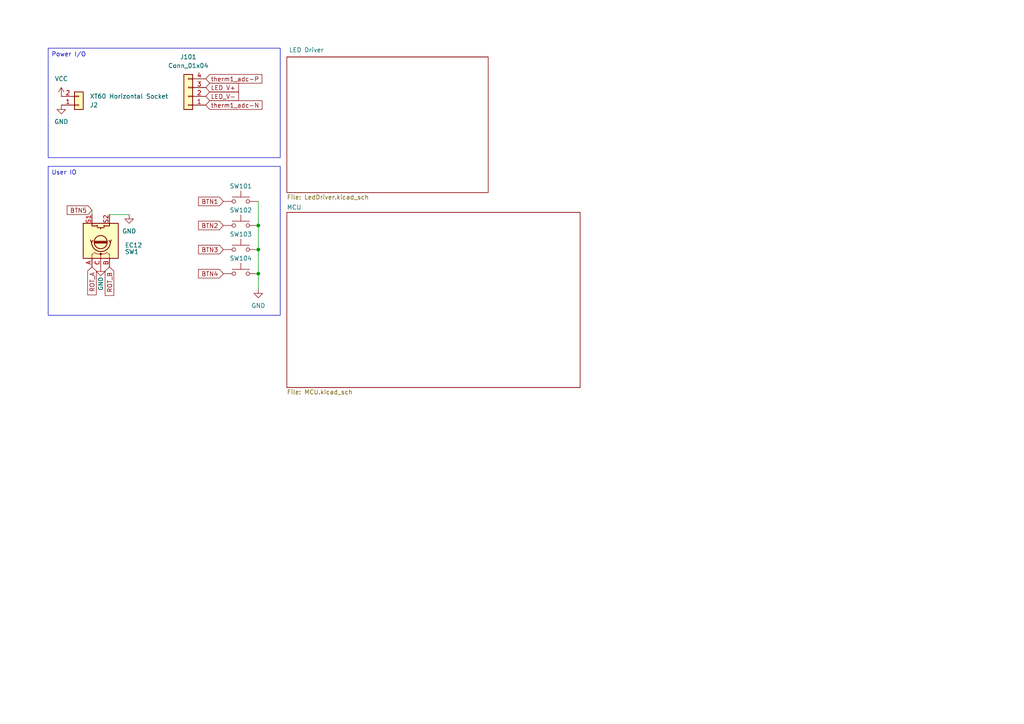
<source format=kicad_sch>
(kicad_sch (version 20231120) (generator "eeschema") (generator_version "8.0")
  (paper "A4")
  (title_block (title "IO, input and PSU") (rev "2many"))
  (lib_symbols
    (symbol "Connector_Generic:Conn_01x02" (pin_names (offset 1.016) hide)
      (property "Reference" "J" (at 0 2.54 0))
      (property "Value" "Conn_01x02" (at 0 -5.08 0))
      (symbol "Conn_01x02_1_1"
        (rectangle (start -1.27 -2.413) (end 0 -2.667) (stroke (width 0.1524)))
        (rectangle (start -1.27 0.127) (end 0 -0.127) (stroke (width 0.1524)))
        (rectangle (start -1.27 1.27) (end 1.27 -3.81) (stroke (width 0.254)) (fill (type background)))
        (pin passive line (at -5.08 0 0) (length 3.81) (name "Pin_1") (number "1"))
        (pin passive line (at -5.08 -2.54 0) (length 3.81) (name "Pin_2") (number "2"))
      )
    )
    (symbol "Connector_Generic:Conn_01x04" (pin_names (offset 1.016) hide)
      (property "Reference" "J" (at 0 5.08 0))
      (property "Value" "Conn_01x04" (at 0 -7.62 0))
      (symbol "Conn_01x04_1_1"
        (rectangle (start -1.27 -4.953) (end 0 -5.207) (stroke (width 0.1524)))
        (rectangle (start -1.27 -2.413) (end 0 -2.667) (stroke (width 0.1524)))
        (rectangle (start -1.27 0.127) (end 0 -0.127) (stroke (width 0.1524)))
        (rectangle (start -1.27 2.667) (end 0 2.413) (stroke (width 0.1524)))
        (rectangle (start -1.27 3.81) (end 1.27 -6.35) (stroke (width 0.254)) (fill (type background)))
        (pin passive line (at -5.08 2.54 0) (length 3.81) (name "Pin_1") (number "1"))
        (pin passive line (at -5.08 0 0) (length 3.81) (name "Pin_2") (number "2"))
        (pin passive line (at -5.08 -2.54 0) (length 3.81) (name "Pin_3") (number "3"))
        (pin passive line (at -5.08 -5.08 0) (length 3.81) (name "Pin_4") (number "4"))
      )
    )
    (symbol "Device:RotaryEncoder_Switch" (pin_names (offset 0.254) hide)
      (property "Reference" "SW" (at 0 6.604 0))
      (property "Value" "RotaryEncoder_Switch" (at 0 -6.604 0))
      (symbol "RotaryEncoder_Switch_0_1"
        (rectangle (start -5.08 5.08) (end 5.08 -5.08) (stroke (width 0.254)) (fill (type background)))
        (circle (center -3.81 0) (radius 0.254) (fill (type outline)))
        (circle (center -0.381 0) (radius 1.905) (stroke (width 0.254)))
        (arc (start -0.381 2.667) (mid -3.0988 -0.0635) (end -0.381 -2.794) (stroke (width 0.254)))
        (polyline (pts (xy -0.635 -1.778) (xy -0.635 1.778)) (stroke (width 0.254)))
        (polyline (pts (xy -0.381 -1.778) (xy -0.381 1.778)) (stroke (width 0.254)))
        (polyline (pts (xy -0.127 1.778) (xy -0.127 -1.778)) (stroke (width 0.254)))
        (polyline (pts (xy 3.81 0) (xy 3.429 0)) (stroke (width 0.254)))
        (polyline (pts (xy 3.81 1.016) (xy 3.81 -1.016)) (stroke (width 0.254)))
        (polyline (pts (xy -5.08 -2.54) (xy -3.81 -2.54) (xy -3.81 -2.032)))
        (polyline (pts (xy -5.08 2.54) (xy -3.81 2.54) (xy -3.81 2.032)))
        (polyline (pts (xy 0.254 -3.048) (xy -0.508 -2.794) (xy 0.127 -2.413)) (stroke (width 0.254)))
        (polyline (pts (xy 0.254 2.921) (xy -0.508 2.667) (xy 0.127 2.286)) (stroke (width 0.254)))
        (polyline (pts (xy 5.08 -2.54) (xy 4.318 -2.54) (xy 4.318 -1.016)) (stroke (width 0.254)))
        (polyline (pts (xy 5.08 2.54) (xy 4.318 2.54) (xy 4.318 1.016)) (stroke (width 0.254)))
        (polyline (pts (xy -5.08 0) (xy -3.81 0) (xy -3.81 -1.016) (xy -3.302 -2.032)))
        (polyline (pts (xy -4.318 0) (xy -3.81 0) (xy -3.81 1.016) (xy -3.302 2.032)))
        (circle (center 4.318 -1.016) (radius 0.127) (stroke (width 0.254)))
        (circle (center 4.318 1.016) (radius 0.127) (stroke (width 0.254)))
      )
      (symbol "RotaryEncoder_Switch_1_1"
        (pin passive line (at -7.62 2.54 0) (length 2.54) (name "A") (number "A"))
        (pin passive line (at -7.62 -2.54 0) (length 2.54) (name "B") (number "B"))
        (pin passive line (at -7.62 0 0) (length 2.54) (name "C") (number "C"))
        (pin passive line (at 7.62 2.54 180) (length 2.54) (name "S1") (number "S1"))
        (pin passive line (at 7.62 -2.54 180) (length 2.54) (name "S2") (number "S2"))
      )
    )
    (symbol "Switch:SW_Push" (pin_numbers hide) (pin_names (offset 1.016) hide)
      (property "Reference" "SW" (at 1.27 2.54 0))
      (property "Value" "SW_Push" (at 0 -1.524 0))
      (symbol "SW_Push_0_1"
        (circle (center -2.032 0) (radius 0.508))
        (polyline (pts (xy 0 1.27) (xy 0 3.048)))
        (polyline (pts (xy 2.54 1.27) (xy -2.54 1.27)))
        (circle (center 2.032 0) (radius 0.508))
        (pin passive line (at -5.08 0 0) (length 2.54) (name "1") (number "1"))
        (pin passive line (at 5.08 0 180) (length 2.54) (name "2") (number "2"))
      )
    )
    (symbol "power:GND" (power) (pin_names (offset 0))
      (property "Value" "GND" (at 0 -3.81 0))
      (symbol "GND_0_1"
        (polyline (pts (xy 0 0) (xy 0 -1.27) (xy 1.27 -1.27) (xy 0 -2.54) (xy -1.27 -1.27) (xy 0 -1.27)))
      )
      (symbol "GND_1_1"
        (pin power_in line (at 0 0 270) (length 0) hide (name "GND") (number "1"))
      )
    )
    (symbol "power:VCC" (power) (pin_names (offset 0))
      (property "Value" "VCC" (at 0 3.81 0))
      (symbol "VCC_0_1"
        (polyline (pts (xy -0.762 1.27) (xy 0 2.54)))
        (polyline (pts (xy 0 0) (xy 0 2.54)))
        (polyline (pts (xy 0 2.54) (xy 0.762 1.27)))
      )
      (symbol "VCC_1_1"
        (pin power_in line (at 0 0 90) (length 0) hide (name "VCC") (number "1"))
      )
    )
  )
  (junction (at 74.93 72.39))
  (junction (at 74.93 79.375))
  (junction (at 74.93 65.405))
  (wire (pts (xy 37.465 62.23) (xy 31.75 62.23)))
  (wire (pts (xy 74.93 79.375) (xy 74.93 83.82)))
  (wire (pts (xy 74.93 65.405) (xy 74.93 72.39)))
  (wire (pts (xy 74.93 58.42) (xy 74.93 65.405)))
  (wire (pts (xy 74.93 72.39) (xy 74.93 79.375)))
  (wire (pts (xy 26.67 60.96) (xy 26.67 62.23)))
  (text_box "Power I/O" (at 13.97 13.97 0) (size 67.31 31.75) (effects (font (size 1.27 1.27)) (justify left top)))
  (text_box "User IO" (at 13.97 48.26 0) (size 67.31 43.18) (effects (font (size 1.27 1.27)) (justify left top)))
  (global_label "BTN2" (shape input) (at 64.77 65.405 180) (property "Intersheetrefs" "${INTERSHEET_REFS}" (effects (hide yes))))
  (global_label "therm1_adc-N" (shape input) (at 59.69 30.48 0) (property "Intersheetrefs" "${INTERSHEET_REFS}" (effects (hide yes))))
  (global_label "ROT_A" (shape input) (at 26.67 77.47 270) (property "Intersheetrefs" "${INTERSHEET_REFS}" (effects (hide yes))))
  (global_label "BTN1" (shape input) (at 64.77 58.42 180) (property "Intersheetrefs" "${INTERSHEET_REFS}" (effects (hide yes))))
  (global_label "ROT_B" (shape input) (at 31.75 77.47 270) (property "Intersheetrefs" "${INTERSHEET_REFS}" (effects (hide yes))))
  (global_label "BTN4" (shape input) (at 64.77 79.375 180) (property "Intersheetrefs" "${INTERSHEET_REFS}" (effects (hide yes))))
  (global_label "LED_V-" (shape input) (at 59.69 27.94 0) (property "Intersheetrefs" "${INTERSHEET_REFS}" (effects (hide yes))))
  (global_label "therm1_adc-P" (shape input) (at 59.69 22.86 0) (property "Intersheetrefs" "${INTERSHEET_REFS}" (effects (hide yes))))
  (global_label "BTN5" (shape input) (at 26.67 60.96 180) (property "Intersheetrefs" "${INTERSHEET_REFS}" (effects (hide yes))))
  (global_label "BTN3" (shape input) (at 64.77 72.39 180) (property "Intersheetrefs" "${INTERSHEET_REFS}" (effects (hide yes))))
  (global_label "LED V+" (shape input) (at 59.69 25.4 0) (property "Intersheetrefs" "${INTERSHEET_REFS}" (effects (hide yes))))
  (symbol (lib_id "Connector_Generic:Conn_01x04") (at 54.61 27.94 180) (unit 1)
    (property "Reference" "J101" (at 54.61 16.51 0))
    (property "Value" "Conn_01x04" (at 54.61 19.05 0))
    (property "Footprint" "Connector_Wire:SolderWire-0.5sqmm_1x04_P4.8mm_D0.9mm_OD2.3mm" (effects (hide yes)))
    (property "Description" "Generic connector, single row, 01x04, script generated (kicad-library-utils/schlib/autogen/connector/)" (effects (hide yes)))
  )
  (symbol (lib_id "power:GND") (at 29.21 77.47 0) (unit 1)
    (property "Reference" "#PWR010" (effects (hide yes)))
    (property "Value" "GND" (at 29.21 82.296 90))
  )
  (symbol (lib_id "Switch:SW_Push") (at 69.85 58.42 0) (unit 1)
    (property "Reference" "SW101" (at 69.85 53.975 0))
    (property "Value" "B3U" (effects (hide yes)))
    (property "Footprint" "Button_Switch_SMD:SW_SPST_B3U-1000P-B" (effects (hide yes)))
  )
  (symbol (lib_id "Switch:SW_Push") (at 69.85 65.405 0) (unit 1)
    (property "Reference" "SW102" (at 69.85 60.96 0))
    (property "Value" "B3U" (effects (hide yes)))
    (property "Footprint" "Button_Switch_SMD:SW_SPST_B3U-1000P-B" (effects (hide yes)))
  )
  (symbol (lib_id "power:GND") (at 74.93 83.82 0) (unit 1)
    (property "Reference" "#PWR0103" (effects (hide yes)))
    (property "Value" "GND" (at 74.93 88.646 0))
  )
  (symbol (lib_id "Connector_Generic:Conn_01x02") (at 22.86 30.48 0) (mirror x) (unit 1)
    (property "Reference" "J2" (at 26.035 30.48 0) (effects (justify left)))
    (property "Value" "XT60 Horizontal Socket" (at 26.035 27.94 0) (effects (justify left)))
    (property "Footprint" "Connector_AMASS:AMASS_XT60PW-F_1x02_P7.20mm_Horizontal" (effects (hide yes)))
  )
  (symbol (lib_id "Switch:SW_Push") (at 69.85 72.39 0) (unit 1)
    (property "Reference" "SW103" (at 69.85 67.945 0))
    (property "Value" "B3U" (effects (hide yes)))
    (property "Footprint" "Button_Switch_SMD:SW_SPST_B3U-1000P-B" (effects (hide yes)))
  )
  (symbol (lib_id "power:GND") (at 37.465 62.23 0) (unit 1)
    (property "Reference" "#PWR012" (effects (hide yes)))
    (property "Value" "GND" (at 37.465 67.056 0))
  )
  (symbol (lib_id "Device:RotaryEncoder_Switch") (at 29.21 69.85 90) (unit 1)
    (property "Reference" "SW1" (at 36.195 73.025 90) (effects (justify right)))
    (property "Value" "EC12" (at 36.195 71.12 90) (effects (justify right)))
    (property "Footprint" "Rotary_Encoder:RotaryEncoder_Alps_EC12E-Switch_Vertical_H20mm_CircularMountingHoles" (effects (hide yes)))
  )
  (symbol (lib_id "power:VCC") (at 17.78 27.94 0) (unit 1)
    (property "Reference" "#PWR08" (effects (hide yes)))
    (property "Value" "VCC" (at 17.78 22.86 0))
  )
  (symbol (lib_id "power:GND") (at 17.78 30.48 0) (unit 1)
    (property "Reference" "#PWR09" (effects (hide yes)))
    (property "Value" "GND" (at 17.78 35.306 0))
  )
  (symbol (lib_id "Switch:SW_Push") (at 69.85 79.375 0) (unit 1)
    (property "Reference" "SW104" (at 69.85 74.93 0))
    (property "Value" "B3U" (effects (hide yes)))
    (property "Footprint" "Button_Switch_SMD:SW_SPST_B3U-1000P-B" (effects (hide yes)))
  )
  (sheet (at 83.185 61.595) (size 85.09 50.8) (stroke (width 0.1524))
    (property "Sheetname" "MCU" (at 83.185 60.8834 0) (effects (justify left bottom)))
    (property "Sheetfile" "MCU.kicad_sch" (at 83.185 112.9796 0) (effects (justify left top)))
  )
  (sheet (at 83.185 16.51) (size 58.42 39.37) (stroke (width 0.1524))
    (property "Sheetname" "LED Driver" (at 83.82 15.24 0) (effects (justify left bottom)))
    (property "Sheetfile" "LedDriver.kicad_sch" (at 83.185 56.4646 0) (effects (justify left top)))
  )
)
</source>
